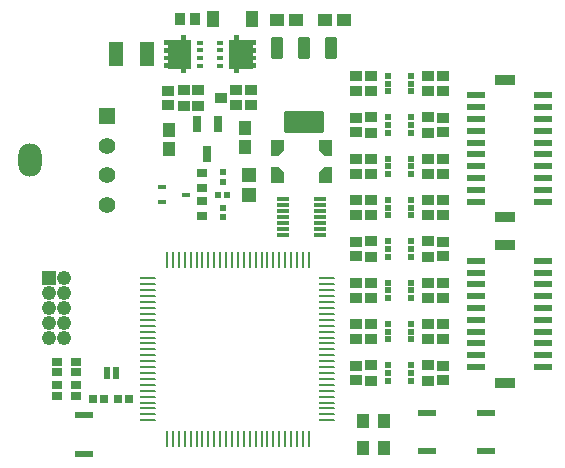
<source format=gts>
G04*
G04 #@! TF.GenerationSoftware,Altium Limited,Altium Designer,24.4.1 (13)*
G04*
G04 Layer_Color=8388736*
%FSLAX44Y44*%
%MOMM*%
G71*
G04*
G04 #@! TF.SameCoordinates,6757478C-E6A1-41AE-BC66-293F91E3D7AC*
G04*
G04*
G04 #@! TF.FilePolarity,Negative*
G04*
G01*
G75*
%ADD16R,1.8000X0.8500*%
%ADD17R,1.6000X0.6000*%
%ADD18R,0.7811X0.7121*%
%ADD19R,0.2125X1.3552*%
G04:AMPARAMS|DCode=20|XSize=1.3552mm|YSize=0.2125mm|CornerRadius=0.1062mm|HoleSize=0mm|Usage=FLASHONLY|Rotation=90.000|XOffset=0mm|YOffset=0mm|HoleType=Round|Shape=RoundedRectangle|*
%AMROUNDEDRECTD20*
21,1,1.3552,0.0000,0,0,90.0*
21,1,1.1428,0.2125,0,0,90.0*
1,1,0.2125,0.0000,0.5714*
1,1,0.2125,0.0000,-0.5714*
1,1,0.2125,0.0000,-0.5714*
1,1,0.2125,0.0000,0.5714*
%
%ADD20ROUNDEDRECTD20*%
G04:AMPARAMS|DCode=21|XSize=0.2125mm|YSize=1.3552mm|CornerRadius=0.1062mm|HoleSize=0mm|Usage=FLASHONLY|Rotation=90.000|XOffset=0mm|YOffset=0mm|HoleType=Round|Shape=RoundedRectangle|*
%AMROUNDEDRECTD21*
21,1,0.2125,1.1428,0,0,90.0*
21,1,0.0000,1.3552,0,0,90.0*
1,1,0.2125,0.5714,0.0000*
1,1,0.2125,0.5714,0.0000*
1,1,0.2125,-0.5714,0.0000*
1,1,0.2125,-0.5714,0.0000*
%
%ADD21ROUNDEDRECTD21*%
%ADD22R,1.5000X0.5500*%
%ADD23R,1.1430X2.0320*%
%ADD29R,0.5000X0.3500*%
%ADD30R,1.0500X1.3000*%
%ADD31R,0.5750X1.1400*%
%ADD33R,0.9779X0.3048*%
%ADD35R,1.3051X1.1062*%
%ADD38R,1.1062X1.3051*%
%ADD40R,0.5200X0.5200*%
%ADD41R,0.8621X0.7565*%
%ADD42R,0.7000X0.4200*%
%ADD43C,0.9698*%
%ADD44C,0.9900*%
%ADD46R,0.5200X0.5200*%
%ADD47R,1.0000X0.8500*%
%ADD48R,1.0000X0.9000*%
%ADD49R,0.6000X0.5000*%
G04:AMPARAMS|DCode=50|XSize=3.35mm|YSize=1.9mm|CornerRadius=0.1275mm|HoleSize=0mm|Usage=FLASHONLY|Rotation=0.000|XOffset=0mm|YOffset=0mm|HoleType=Round|Shape=RoundedRectangle|*
%AMROUNDEDRECTD50*
21,1,3.3500,1.6450,0,0,0.0*
21,1,3.0950,1.9000,0,0,0.0*
1,1,0.2550,1.5475,-0.8225*
1,1,0.2550,-1.5475,-0.8225*
1,1,0.2550,-1.5475,0.8225*
1,1,0.2550,1.5475,0.8225*
%
%ADD50ROUNDEDRECTD50*%
G04:AMPARAMS|DCode=51|XSize=1.05mm|YSize=1.9mm|CornerRadius=0.1245mm|HoleSize=0mm|Usage=FLASHONLY|Rotation=0.000|XOffset=0mm|YOffset=0mm|HoleType=Round|Shape=RoundedRectangle|*
%AMROUNDEDRECTD51*
21,1,1.0500,1.6510,0,0,0.0*
21,1,0.8010,1.9000,0,0,0.0*
1,1,0.2490,0.4005,-0.8255*
1,1,0.2490,-0.4005,-0.8255*
1,1,0.2490,-0.4005,0.8255*
1,1,0.2490,0.4005,0.8255*
%
%ADD51ROUNDEDRECTD51*%
%ADD52R,0.9500X0.6500*%
%ADD53R,1.0600X1.3700*%
%ADD54R,0.9000X1.0000*%
%ADD55R,0.7500X1.3500*%
%ADD56R,1.0500X0.8500*%
%ADD57R,1.2000X1.3000*%
%ADD58R,1.4000X1.4000*%
%ADD59C,1.4000*%
G04:AMPARAMS|DCode=60|XSize=2.8mm|YSize=2mm|CornerRadius=1mm|HoleSize=0mm|Usage=FLASHONLY|Rotation=270.000|XOffset=0mm|YOffset=0mm|HoleType=Round|Shape=RoundedRectangle|*
%AMROUNDEDRECTD60*
21,1,2.8000,0.0000,0,0,270.0*
21,1,0.8000,2.0000,0,0,270.0*
1,1,2.0000,0.0000,-0.4000*
1,1,2.0000,0.0000,0.4000*
1,1,2.0000,0.0000,0.4000*
1,1,2.0000,0.0000,-0.4000*
%
%ADD60ROUNDEDRECTD60*%
%ADD61C,1.2100*%
%ADD62R,1.2100X1.2100*%
G36*
X201050Y362250D02*
X212400D01*
Y361750D01*
X215400D01*
Y357750D01*
X212400D01*
Y355250D01*
X215400D01*
Y351250D01*
X212400D01*
Y348750D01*
X215400D01*
Y344750D01*
X212400D01*
Y342250D01*
X215400D01*
Y338250D01*
X212400D01*
Y337750D01*
X201050D01*
Y333950D01*
X196750D01*
Y337750D01*
X192600D01*
Y362250D01*
X196750D01*
Y366050D01*
X201050D01*
Y362250D01*
D02*
G37*
G36*
X156250D02*
X160400D01*
Y337750D01*
X156250D01*
Y333950D01*
X151950D01*
Y337750D01*
X140600D01*
Y338250D01*
X137600D01*
Y342250D01*
X140600D01*
Y344750D01*
X137600D01*
Y348750D01*
X140600D01*
Y351250D01*
X137600D01*
Y355250D01*
X140600D01*
Y357750D01*
X137600D01*
Y361750D01*
X140600D01*
Y362250D01*
X151950D01*
Y366050D01*
X156250D01*
Y362250D01*
D02*
G37*
G36*
X280000Y263500D02*
X273000D01*
X269000Y268500D01*
Y277000D01*
X280000D01*
Y263500D01*
D02*
G37*
G36*
X239000Y268500D02*
X235000Y263500D01*
X228000D01*
Y277000D01*
X239000D01*
Y268500D01*
D02*
G37*
G36*
X280000Y241000D02*
X269000D01*
Y249500D01*
X273000Y254500D01*
X280000D01*
Y241000D01*
D02*
G37*
G36*
X239000Y249500D02*
Y241000D01*
X228000D01*
Y254500D01*
X235000D01*
X239000Y249500D01*
D02*
G37*
D16*
X426000Y188250D02*
D03*
Y71750D02*
D03*
Y211750D02*
D03*
Y328250D02*
D03*
D17*
X402000Y175000D02*
D03*
Y165000D02*
D03*
Y155000D02*
D03*
Y145000D02*
D03*
Y135000D02*
D03*
Y125000D02*
D03*
Y115000D02*
D03*
Y105000D02*
D03*
Y95000D02*
D03*
Y85000D02*
D03*
X458000Y175000D02*
D03*
Y165000D02*
D03*
Y155000D02*
D03*
Y145000D02*
D03*
Y135000D02*
D03*
Y125000D02*
D03*
Y115000D02*
D03*
Y105000D02*
D03*
Y95000D02*
D03*
Y85000D02*
D03*
Y225000D02*
D03*
Y235000D02*
D03*
Y245000D02*
D03*
Y255000D02*
D03*
Y265000D02*
D03*
Y275000D02*
D03*
Y285000D02*
D03*
Y295000D02*
D03*
Y305000D02*
D03*
Y315000D02*
D03*
X402000Y225000D02*
D03*
Y235000D02*
D03*
Y245000D02*
D03*
Y255000D02*
D03*
Y265000D02*
D03*
Y275000D02*
D03*
Y285000D02*
D03*
Y295000D02*
D03*
Y305000D02*
D03*
Y315000D02*
D03*
D18*
X77345Y58000D02*
D03*
X86655D02*
D03*
X107655D02*
D03*
X98345D02*
D03*
D19*
X140000Y24245D02*
D03*
D20*
X145000D02*
D03*
X150000D02*
D03*
X155000D02*
D03*
X160000D02*
D03*
X165000D02*
D03*
X170000D02*
D03*
X175000D02*
D03*
X180000D02*
D03*
X185000D02*
D03*
X190000D02*
D03*
X195000D02*
D03*
X200000D02*
D03*
X205000D02*
D03*
X210000D02*
D03*
X215000D02*
D03*
X220000D02*
D03*
X225000D02*
D03*
X230000D02*
D03*
X235000D02*
D03*
X240000D02*
D03*
X245000D02*
D03*
X250000D02*
D03*
X255000D02*
D03*
X260000D02*
D03*
Y175755D02*
D03*
X255000D02*
D03*
X250000D02*
D03*
X245000D02*
D03*
X240000D02*
D03*
X235000D02*
D03*
X230000D02*
D03*
X225000D02*
D03*
X220000D02*
D03*
X215000D02*
D03*
X210000D02*
D03*
X205000D02*
D03*
X200000D02*
D03*
X195000D02*
D03*
X190000D02*
D03*
X185000D02*
D03*
X180000D02*
D03*
X175000D02*
D03*
X170000D02*
D03*
X165000D02*
D03*
X160000D02*
D03*
X155000D02*
D03*
X150000D02*
D03*
X145000D02*
D03*
X140000D02*
D03*
D21*
X275755Y40000D02*
D03*
Y45000D02*
D03*
Y50000D02*
D03*
Y55000D02*
D03*
Y60000D02*
D03*
Y65000D02*
D03*
Y70000D02*
D03*
Y75000D02*
D03*
Y80000D02*
D03*
Y85000D02*
D03*
Y90000D02*
D03*
Y95000D02*
D03*
Y100000D02*
D03*
Y105000D02*
D03*
Y110000D02*
D03*
Y115000D02*
D03*
Y120000D02*
D03*
Y125000D02*
D03*
Y130000D02*
D03*
Y135000D02*
D03*
Y140000D02*
D03*
Y145000D02*
D03*
Y150000D02*
D03*
Y155000D02*
D03*
Y160000D02*
D03*
X124245D02*
D03*
Y155000D02*
D03*
Y150000D02*
D03*
Y145000D02*
D03*
Y140000D02*
D03*
Y135000D02*
D03*
Y130000D02*
D03*
Y125000D02*
D03*
Y120000D02*
D03*
Y115000D02*
D03*
Y110000D02*
D03*
Y105000D02*
D03*
Y100000D02*
D03*
Y95000D02*
D03*
Y90000D02*
D03*
Y85000D02*
D03*
Y80000D02*
D03*
Y75000D02*
D03*
Y70000D02*
D03*
Y65000D02*
D03*
Y60000D02*
D03*
Y55000D02*
D03*
Y50000D02*
D03*
Y45000D02*
D03*
Y40000D02*
D03*
D22*
X410000Y46250D02*
D03*
Y13750D02*
D03*
X360000Y46250D02*
D03*
Y13750D02*
D03*
X70000Y44250D02*
D03*
Y11750D02*
D03*
D23*
X123335Y350000D02*
D03*
X96665D02*
D03*
D29*
X184900Y340250D02*
D03*
Y346750D02*
D03*
Y353250D02*
D03*
Y359750D02*
D03*
X168100D02*
D03*
Y353250D02*
D03*
Y346750D02*
D03*
Y340250D02*
D03*
D30*
X323750Y39500D02*
D03*
Y16500D02*
D03*
X306250D02*
D03*
Y39500D02*
D03*
D31*
X88875Y80000D02*
D03*
X97125D02*
D03*
D33*
X269431Y227004D02*
D03*
Y222003D02*
D03*
Y217001D02*
D03*
Y212000D02*
D03*
Y206999D02*
D03*
Y201998D02*
D03*
Y196996D02*
D03*
X238570D02*
D03*
Y201998D02*
D03*
Y206999D02*
D03*
Y212000D02*
D03*
Y217001D02*
D03*
Y222003D02*
D03*
Y227004D02*
D03*
D35*
X290006Y379000D02*
D03*
X273994D02*
D03*
X249006D02*
D03*
X232994D02*
D03*
D38*
X142000Y269994D02*
D03*
Y286006D02*
D03*
X206000Y270994D02*
D03*
Y287006D02*
D03*
D40*
X187000Y242000D02*
D03*
Y250000D02*
D03*
Y212000D02*
D03*
Y220000D02*
D03*
D41*
X170000Y236491D02*
D03*
Y249509D02*
D03*
Y212491D02*
D03*
Y225509D02*
D03*
D42*
X156000Y231000D02*
D03*
X136000Y224500D02*
D03*
Y237500D02*
D03*
D43*
X233500Y270250D02*
D03*
X274500D02*
D03*
D44*
Y246500D02*
D03*
X233500D02*
D03*
D46*
X191000Y231000D02*
D03*
X183000D02*
D03*
D47*
X374000Y318750D02*
D03*
Y331250D02*
D03*
X374000Y283750D02*
D03*
Y296250D02*
D03*
X300000Y226250D02*
D03*
Y213750D02*
D03*
Y296250D02*
D03*
Y283750D02*
D03*
Y261250D02*
D03*
Y248750D02*
D03*
Y331250D02*
D03*
Y318750D02*
D03*
X374000Y248750D02*
D03*
Y261250D02*
D03*
X374000Y213750D02*
D03*
Y226250D02*
D03*
X300000Y121250D02*
D03*
Y108750D02*
D03*
Y191250D02*
D03*
Y178750D02*
D03*
Y86250D02*
D03*
Y73750D02*
D03*
Y156250D02*
D03*
Y143750D02*
D03*
X374000Y108750D02*
D03*
Y121250D02*
D03*
X374000Y143750D02*
D03*
Y156250D02*
D03*
X374000Y178750D02*
D03*
Y191250D02*
D03*
X374000Y73750D02*
D03*
Y86250D02*
D03*
X198000Y319250D02*
D03*
Y306750D02*
D03*
X141000Y319000D02*
D03*
Y306500D02*
D03*
D48*
X361000Y318500D02*
D03*
Y331500D02*
D03*
X361000Y283500D02*
D03*
Y296500D02*
D03*
X313000Y226500D02*
D03*
Y213500D02*
D03*
Y261500D02*
D03*
Y248500D02*
D03*
Y296500D02*
D03*
Y283500D02*
D03*
X361000Y213500D02*
D03*
Y226500D02*
D03*
X313000Y331500D02*
D03*
Y318500D02*
D03*
X361000Y248500D02*
D03*
Y261500D02*
D03*
X313000Y121500D02*
D03*
Y108500D02*
D03*
Y191500D02*
D03*
Y178500D02*
D03*
Y86500D02*
D03*
Y73500D02*
D03*
X361000Y108500D02*
D03*
Y121500D02*
D03*
X361000Y143500D02*
D03*
Y156500D02*
D03*
X361000Y178500D02*
D03*
Y191500D02*
D03*
X361000Y73500D02*
D03*
Y86500D02*
D03*
X313000Y156500D02*
D03*
Y143500D02*
D03*
X211000Y306500D02*
D03*
Y319500D02*
D03*
X154000Y306250D02*
D03*
Y319250D02*
D03*
D49*
X327250Y296500D02*
D03*
Y290000D02*
D03*
Y283500D02*
D03*
X346750D02*
D03*
Y290000D02*
D03*
Y296500D02*
D03*
X327250Y331500D02*
D03*
Y325000D02*
D03*
Y318500D02*
D03*
X346750D02*
D03*
Y325000D02*
D03*
Y331500D02*
D03*
X327250Y226500D02*
D03*
Y220000D02*
D03*
Y213500D02*
D03*
X346750D02*
D03*
Y220000D02*
D03*
Y226500D02*
D03*
X327250Y261500D02*
D03*
Y255000D02*
D03*
Y248500D02*
D03*
X346750D02*
D03*
Y255000D02*
D03*
Y261500D02*
D03*
X327250Y191500D02*
D03*
Y185000D02*
D03*
Y178500D02*
D03*
X346750D02*
D03*
Y185000D02*
D03*
Y191500D02*
D03*
X327250Y156500D02*
D03*
Y150000D02*
D03*
Y143500D02*
D03*
X346750D02*
D03*
Y150000D02*
D03*
Y156500D02*
D03*
X327250Y86500D02*
D03*
Y80000D02*
D03*
Y73500D02*
D03*
X346750D02*
D03*
Y80000D02*
D03*
Y86500D02*
D03*
X327250Y121500D02*
D03*
Y115000D02*
D03*
Y108500D02*
D03*
X346750D02*
D03*
Y115000D02*
D03*
Y121500D02*
D03*
D50*
X256000Y292750D02*
D03*
D51*
X233000Y355250D02*
D03*
X256000D02*
D03*
X279000D02*
D03*
D52*
X63000Y60500D02*
D03*
X47000D02*
D03*
X63000Y69500D02*
D03*
X47000D02*
D03*
X63000Y80500D02*
D03*
X47000D02*
D03*
X63000Y89500D02*
D03*
X47000D02*
D03*
D53*
X179000Y380000D02*
D03*
X211700D02*
D03*
D54*
X164000D02*
D03*
X151000D02*
D03*
D55*
X174000Y265000D02*
D03*
X165000Y291000D02*
D03*
X183000D02*
D03*
D56*
X185500Y312750D02*
D03*
X166500Y306250D02*
D03*
Y319250D02*
D03*
D57*
X209000Y247500D02*
D03*
Y230500D02*
D03*
D58*
X89000Y297500D02*
D03*
D59*
Y272500D02*
D03*
Y247500D02*
D03*
Y222500D02*
D03*
D60*
X24000Y260000D02*
D03*
D61*
X52700Y109600D02*
D03*
X40000D02*
D03*
X52700Y122300D02*
D03*
X40000D02*
D03*
X52700Y135000D02*
D03*
X40000D02*
D03*
X52700Y147700D02*
D03*
X40000D02*
D03*
X52700Y160400D02*
D03*
D62*
X40000D02*
D03*
M02*

</source>
